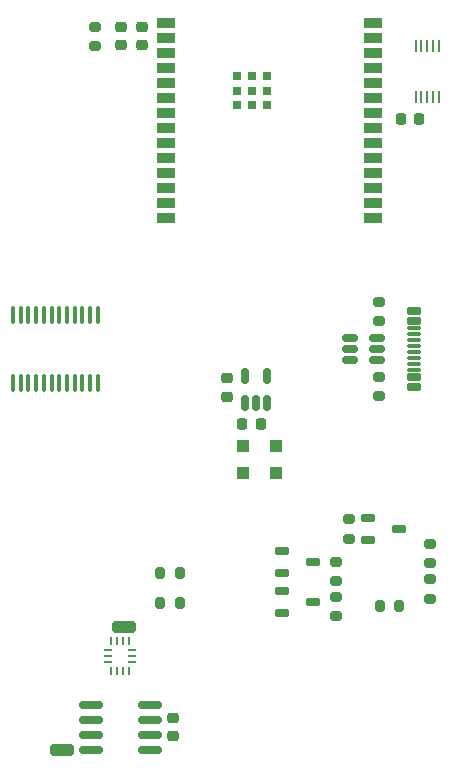
<source format=gbr>
%TF.GenerationSoftware,KiCad,Pcbnew,9.0.1*%
%TF.CreationDate,2025-05-06T09:52:01+02:00*%
%TF.ProjectId,ESP32 adon V3,45535033-3220-4616-946f-6e2056332e6b,rev?*%
%TF.SameCoordinates,Original*%
%TF.FileFunction,Paste,Top*%
%TF.FilePolarity,Positive*%
%FSLAX46Y46*%
G04 Gerber Fmt 4.6, Leading zero omitted, Abs format (unit mm)*
G04 Created by KiCad (PCBNEW 9.0.1) date 2025-05-06 09:52:01*
%MOMM*%
%LPD*%
G01*
G04 APERTURE LIST*
G04 Aperture macros list*
%AMRoundRect*
0 Rectangle with rounded corners*
0 $1 Rounding radius*
0 $2 $3 $4 $5 $6 $7 $8 $9 X,Y pos of 4 corners*
0 Add a 4 corners polygon primitive as box body*
4,1,4,$2,$3,$4,$5,$6,$7,$8,$9,$2,$3,0*
0 Add four circle primitives for the rounded corners*
1,1,$1+$1,$2,$3*
1,1,$1+$1,$4,$5*
1,1,$1+$1,$6,$7*
1,1,$1+$1,$8,$9*
0 Add four rect primitives between the rounded corners*
20,1,$1+$1,$2,$3,$4,$5,0*
20,1,$1+$1,$4,$5,$6,$7,0*
20,1,$1+$1,$6,$7,$8,$9,0*
20,1,$1+$1,$8,$9,$2,$3,0*%
G04 Aperture macros list end*
%ADD10RoundRect,0.200000X-0.275000X0.200000X-0.275000X-0.200000X0.275000X-0.200000X0.275000X0.200000X0*%
%ADD11RoundRect,0.150000X0.512500X0.150000X-0.512500X0.150000X-0.512500X-0.150000X0.512500X-0.150000X0*%
%ADD12RoundRect,0.250000X-0.300000X-0.300000X0.300000X-0.300000X0.300000X0.300000X-0.300000X0.300000X0*%
%ADD13RoundRect,0.200000X0.275000X-0.200000X0.275000X0.200000X-0.275000X0.200000X-0.275000X-0.200000X0*%
%ADD14R,0.250000X1.100000*%
%ADD15R,0.250000X0.675000*%
%ADD16R,0.675000X0.250000*%
%ADD17RoundRect,0.250000X0.750000X-0.250000X0.750000X0.250000X-0.750000X0.250000X-0.750000X-0.250000X0*%
%ADD18RoundRect,0.225000X-0.250000X0.225000X-0.250000X-0.225000X0.250000X-0.225000X0.250000X0.225000X0*%
%ADD19RoundRect,0.090000X0.485000X-0.210000X0.485000X0.210000X-0.485000X0.210000X-0.485000X-0.210000X0*%
%ADD20RoundRect,0.045000X0.530000X-0.105000X0.530000X0.105000X-0.530000X0.105000X-0.530000X-0.105000X0*%
%ADD21RoundRect,0.225000X-0.225000X-0.250000X0.225000X-0.250000X0.225000X0.250000X-0.225000X0.250000X0*%
%ADD22RoundRect,0.200000X-0.200000X-0.275000X0.200000X-0.275000X0.200000X0.275000X-0.200000X0.275000X0*%
%ADD23RoundRect,0.162500X-0.447500X-0.162500X0.447500X-0.162500X0.447500X0.162500X-0.447500X0.162500X0*%
%ADD24RoundRect,0.150000X0.150000X-0.512500X0.150000X0.512500X-0.150000X0.512500X-0.150000X-0.512500X0*%
%ADD25RoundRect,0.200000X0.200000X0.275000X-0.200000X0.275000X-0.200000X-0.275000X0.200000X-0.275000X0*%
%ADD26RoundRect,0.225000X0.225000X0.250000X-0.225000X0.250000X-0.225000X-0.250000X0.225000X-0.250000X0*%
%ADD27RoundRect,0.150000X-0.825000X-0.150000X0.825000X-0.150000X0.825000X0.150000X-0.825000X0.150000X0*%
%ADD28RoundRect,0.100000X-0.100000X0.637500X-0.100000X-0.637500X0.100000X-0.637500X0.100000X0.637500X0*%
%ADD29RoundRect,0.225000X0.250000X-0.225000X0.250000X0.225000X-0.250000X0.225000X-0.250000X-0.225000X0*%
%ADD30R,1.500000X0.900000*%
%ADD31R,0.800000X0.800000*%
G04 APERTURE END LIST*
D10*
%TO.C,R18*%
X58400000Y-31275000D03*
X58400000Y-32925000D03*
%TD*%
%TO.C,R8*%
X79900000Y-72975000D03*
X79900000Y-74625000D03*
%TD*%
D11*
%TO.C,U5*%
X82237500Y-59520000D03*
X82237500Y-58570000D03*
X82237500Y-57620000D03*
X79962500Y-57620000D03*
X79962500Y-58570000D03*
X79962500Y-59520000D03*
%TD*%
D12*
%TO.C,D1*%
X70900000Y-69100000D03*
X73700000Y-69100000D03*
%TD*%
%TO.C,D2*%
X70900000Y-66800000D03*
X73700000Y-66800000D03*
%TD*%
D13*
%TO.C,R16*%
X82420000Y-62575000D03*
X82420000Y-60925000D03*
%TD*%
D14*
%TO.C,U3*%
X85500000Y-37260000D03*
X86000000Y-37260000D03*
X86500000Y-37260000D03*
X87000000Y-37260000D03*
X87500000Y-37260000D03*
X87500000Y-32960000D03*
X87000000Y-32960000D03*
X86500000Y-32960000D03*
X86000000Y-32960000D03*
X85500000Y-32960000D03*
%TD*%
D15*
%TO.C,MT1*%
X59750000Y-85862500D03*
X60250000Y-85862500D03*
X60750000Y-85862500D03*
X61250000Y-85862500D03*
D16*
X61512500Y-85100000D03*
X61512500Y-84600000D03*
X61512500Y-84100000D03*
D15*
X61250000Y-83337500D03*
X60750000Y-83337500D03*
X60250000Y-83337500D03*
X59750000Y-83337500D03*
D16*
X59487500Y-84100000D03*
X59487500Y-84600000D03*
X59487500Y-85100000D03*
%TD*%
D17*
%TO.C,J14*%
X60830000Y-82110000D03*
%TD*%
D10*
%TO.C,R3*%
X86690000Y-78065000D03*
X86690000Y-79715000D03*
%TD*%
D18*
%TO.C,C2*%
X60600000Y-31325000D03*
X60600000Y-32875000D03*
%TD*%
D13*
%TO.C,R5*%
X78800000Y-81225000D03*
X78800000Y-79575000D03*
%TD*%
D19*
%TO.C,J6*%
X85375000Y-61770000D03*
X85375000Y-60970000D03*
D20*
X85375000Y-59820000D03*
X85375000Y-58820000D03*
X85375000Y-58320000D03*
X85375000Y-57320000D03*
D19*
X85375000Y-55370000D03*
X85375000Y-56170000D03*
D20*
X85375000Y-56820000D03*
X85375000Y-57820000D03*
X85375000Y-59320000D03*
X85375000Y-60320000D03*
%TD*%
D13*
%TO.C,R2*%
X86690000Y-76715000D03*
X86690000Y-75065000D03*
%TD*%
D21*
%TO.C,C3*%
X70825000Y-64900000D03*
X72375000Y-64900000D03*
%TD*%
D22*
%TO.C,R1*%
X82475000Y-80300000D03*
X84125000Y-80300000D03*
%TD*%
D17*
%TO.C,J12*%
X55530000Y-92500000D03*
%TD*%
D23*
%TO.C,Q3*%
X74190000Y-75650000D03*
X74190000Y-77550000D03*
X76810000Y-76600000D03*
%TD*%
D24*
%TO.C,U4*%
X71050000Y-63137500D03*
X72000000Y-63137500D03*
X72950000Y-63137500D03*
X72950000Y-60862500D03*
X71050000Y-60862500D03*
%TD*%
D23*
%TO.C,Q1*%
X81490000Y-72850000D03*
X81490000Y-74750000D03*
X84110000Y-73800000D03*
%TD*%
D25*
%TO.C,R6*%
X65545000Y-80080000D03*
X63895000Y-80080000D03*
%TD*%
D26*
%TO.C,C5*%
X85825000Y-39130000D03*
X84275000Y-39130000D03*
%TD*%
D27*
%TO.C,U6*%
X58025000Y-88695000D03*
X58025000Y-89965000D03*
X58025000Y-91235000D03*
X58025000Y-92505000D03*
X62975000Y-92505000D03*
X62975000Y-91235000D03*
X62975000Y-89965000D03*
X62975000Y-88695000D03*
%TD*%
D23*
%TO.C,Q2*%
X74190000Y-79050000D03*
X74190000Y-80950000D03*
X76810000Y-80000000D03*
%TD*%
D25*
%TO.C,R7*%
X65535000Y-77540000D03*
X63885000Y-77540000D03*
%TD*%
D10*
%TO.C,R17*%
X82420000Y-54565000D03*
X82420000Y-56215000D03*
%TD*%
D28*
%TO.C,U2*%
X58575000Y-55717500D03*
X57925000Y-55717500D03*
X57275000Y-55717500D03*
X56625000Y-55717500D03*
X55975000Y-55717500D03*
X55325000Y-55717500D03*
X54675000Y-55717500D03*
X54025000Y-55717500D03*
X53375000Y-55717500D03*
X52725000Y-55717500D03*
X52075000Y-55717500D03*
X51425000Y-55717500D03*
X51425000Y-61442500D03*
X52075000Y-61442500D03*
X52725000Y-61442500D03*
X53375000Y-61442500D03*
X54025000Y-61442500D03*
X54675000Y-61442500D03*
X55325000Y-61442500D03*
X55975000Y-61442500D03*
X56625000Y-61442500D03*
X57275000Y-61442500D03*
X57925000Y-61442500D03*
X58575000Y-61442500D03*
%TD*%
D29*
%TO.C,C6*%
X64930000Y-91375000D03*
X64930000Y-89825000D03*
%TD*%
D18*
%TO.C,C4*%
X62350000Y-31325000D03*
X62350000Y-32875000D03*
%TD*%
%TO.C,C1*%
X69570000Y-61075000D03*
X69570000Y-62625000D03*
%TD*%
D10*
%TO.C,R4*%
X78800000Y-76600000D03*
X78800000Y-78250000D03*
%TD*%
D30*
%TO.C,U1*%
X64410000Y-30990000D03*
X64410000Y-32260000D03*
X64410000Y-33530000D03*
X64410000Y-34800000D03*
X64410000Y-36070000D03*
X64410000Y-37340000D03*
X64410000Y-38610000D03*
X64410000Y-39880000D03*
X64410000Y-41150000D03*
X64410000Y-42420000D03*
X64410000Y-43690000D03*
X64410000Y-44960000D03*
X64410000Y-46230000D03*
X64410000Y-47500000D03*
X81910000Y-47500000D03*
X81910000Y-46230000D03*
X81910000Y-44960000D03*
X81910000Y-43690000D03*
X81910000Y-42420000D03*
X81910000Y-41150000D03*
X81910000Y-39880000D03*
X81910000Y-38610000D03*
X81910000Y-37340000D03*
X81910000Y-36070000D03*
X81910000Y-34800000D03*
X81910000Y-33530000D03*
X81910000Y-32260000D03*
X81910000Y-30990000D03*
D31*
X70405000Y-35460000D03*
X70405000Y-36710000D03*
X70405000Y-37960000D03*
X71655000Y-35460000D03*
X71655000Y-36710000D03*
X71655000Y-37960000D03*
X72905000Y-35460000D03*
X72905000Y-36710000D03*
X72905000Y-37960000D03*
%TD*%
M02*

</source>
